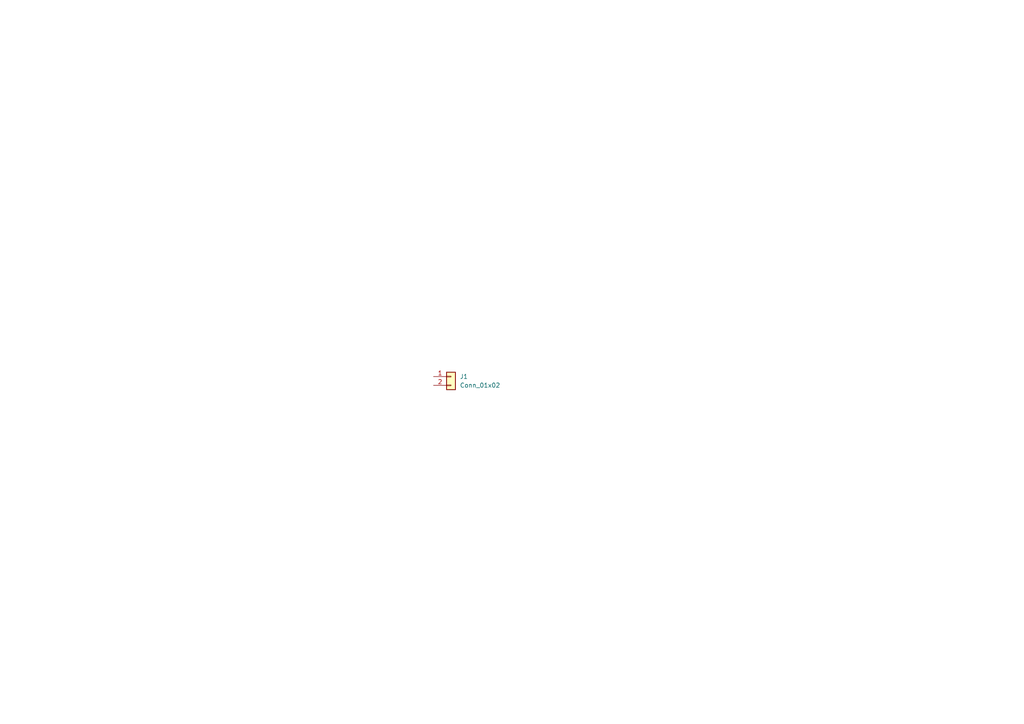
<source format=kicad_sch>
(kicad_sch (version 20250114) (generator "eeschema") (generator_version "9.0")
  (paper "A4")
  (lib_symbols
    (symbol "Connector_Generic:Conn_01x02" (pin_names (offset 1.016) (hide yes))
      (property "Reference" "J" (at 0 2.54 0))
      (property "Value" "Conn_01x02" (at 0 -5.08 0))
      (symbol "Conn_01x02_1_1"
        (rectangle (start -1.27 1.27) (end 1.27 -3.81) (stroke (width 0.254)) (fill (type background)))
        (rectangle (start -1.27 0.127) (end 0 -0.127) (stroke (width 0.1524)))
        (rectangle (start -1.27 -2.413) (end 0 -2.667) (stroke (width 0.1524)))
        (pin passive line (at -5.08 0 0) (length 3.81) (name "Pin_1") (number "1"))
        (pin passive line (at -5.08 -2.54 0) (length 3.81) (name "Pin_2") (number "2"))
      )
    )
  )
  (symbol (lib_id "Connector_Generic:Conn_01x02") (at 130.81 109.22 0) (unit 1)
    (property "Reference" "J1" (at 133.35 109.2199 0) (effects (justify left)))
    (property "Value" "Conn_01x02" (at 133.35 111.7599 0) (effects (justify left)))
    (property "Description" "Generic connector, single row, 01x02, script generated (kicad-library-utils/schlib/autogen/connector/)" (effects (hide yes)))
  )
)
</source>
